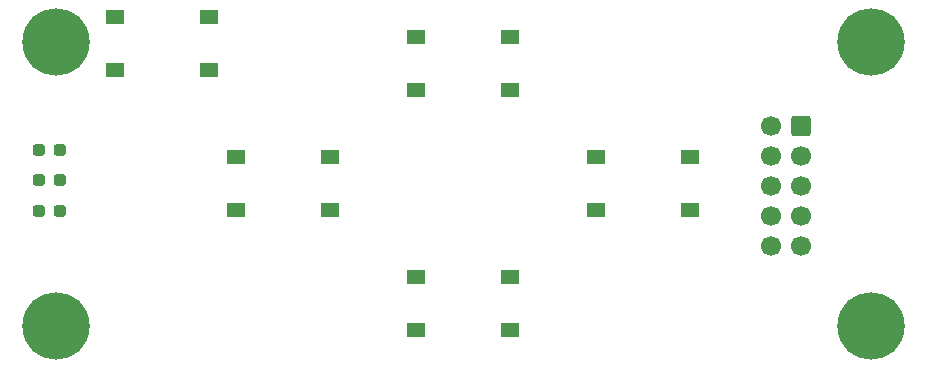
<source format=gbr>
%TF.GenerationSoftware,KiCad,Pcbnew,8.0.4*%
%TF.CreationDate,2024-08-11T19:45:59+02:00*%
%TF.ProjectId,esp32vga-keypad,65737033-3276-4676-912d-6b6579706164,rev?*%
%TF.SameCoordinates,Original*%
%TF.FileFunction,Soldermask,Top*%
%TF.FilePolarity,Negative*%
%FSLAX46Y46*%
G04 Gerber Fmt 4.6, Leading zero omitted, Abs format (unit mm)*
G04 Created by KiCad (PCBNEW 8.0.4) date 2024-08-11 19:45:59*
%MOMM*%
%LPD*%
G01*
G04 APERTURE LIST*
G04 Aperture macros list*
%AMRoundRect*
0 Rectangle with rounded corners*
0 $1 Rounding radius*
0 $2 $3 $4 $5 $6 $7 $8 $9 X,Y pos of 4 corners*
0 Add a 4 corners polygon primitive as box body*
4,1,4,$2,$3,$4,$5,$6,$7,$8,$9,$2,$3,0*
0 Add four circle primitives for the rounded corners*
1,1,$1+$1,$2,$3*
1,1,$1+$1,$4,$5*
1,1,$1+$1,$6,$7*
1,1,$1+$1,$8,$9*
0 Add four rect primitives between the rounded corners*
20,1,$1+$1,$2,$3,$4,$5,0*
20,1,$1+$1,$4,$5,$6,$7,0*
20,1,$1+$1,$6,$7,$8,$9,0*
20,1,$1+$1,$8,$9,$2,$3,0*%
G04 Aperture macros list end*
%ADD10R,1.550000X1.300000*%
%ADD11RoundRect,0.250000X0.600000X0.600000X-0.600000X0.600000X-0.600000X-0.600000X0.600000X-0.600000X0*%
%ADD12C,1.700000*%
%ADD13RoundRect,0.237500X-0.287500X-0.237500X0.287500X-0.237500X0.287500X0.237500X-0.287500X0.237500X0*%
%ADD14C,5.700000*%
G04 APERTURE END LIST*
D10*
%TO.C,SW5*%
X147975000Y-99350000D03*
X140025000Y-99350000D03*
X147975000Y-94850000D03*
X140025000Y-94850000D03*
%TD*%
D11*
%TO.C,J1*%
X198120000Y-104140000D03*
D12*
X195580000Y-104140000D03*
X198120000Y-106680000D03*
X195580000Y-106680000D03*
X198120000Y-109220000D03*
X195580000Y-109220000D03*
X198120000Y-111760000D03*
X195580000Y-111760000D03*
X198120000Y-114300000D03*
X195580000Y-114300000D03*
%TD*%
D13*
%TO.C,D3*%
X133600000Y-111300000D03*
X135350000Y-111300000D03*
%TD*%
%TO.C,D2*%
X133600000Y-108690000D03*
X135350000Y-108690000D03*
%TD*%
%TO.C,D1*%
X133600000Y-106100000D03*
X135350000Y-106100000D03*
%TD*%
D10*
%TO.C,SW2*%
X173465000Y-101090000D03*
X165515000Y-101090000D03*
X173465000Y-96590000D03*
X165515000Y-96590000D03*
%TD*%
D14*
%TO.C,H1*%
X135000000Y-97000000D03*
%TD*%
%TO.C,H3*%
X204000000Y-121000000D03*
%TD*%
D10*
%TO.C,SW4*%
X165515000Y-116910000D03*
X173465000Y-116910000D03*
X165515000Y-121410000D03*
X173465000Y-121410000D03*
%TD*%
D14*
%TO.C,H4*%
X135000000Y-121000000D03*
%TD*%
%TO.C,H2*%
X204000000Y-97000000D03*
%TD*%
D10*
%TO.C,SW3*%
X180755000Y-106750000D03*
X188705000Y-106750000D03*
X180755000Y-111250000D03*
X188705000Y-111250000D03*
%TD*%
%TO.C,SW1*%
X150275000Y-106750000D03*
X158225000Y-106750000D03*
X150275000Y-111250000D03*
X158225000Y-111250000D03*
%TD*%
M02*

</source>
